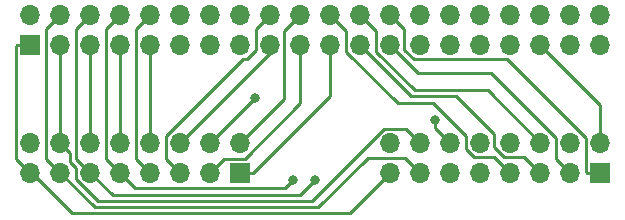
<source format=gbr>
G04 #@! TF.GenerationSoftware,KiCad,Pcbnew,(5.1.5)-3*
G04 #@! TF.CreationDate,2020-01-11T16:24:58-08:00*
G04 #@! TF.ProjectId,frame_corners,6672616d-655f-4636-9f72-6e6572732e6b,rev?*
G04 #@! TF.SameCoordinates,PXe8fce300PYe19b7798*
G04 #@! TF.FileFunction,Copper,L1,Top*
G04 #@! TF.FilePolarity,Positive*
%FSLAX46Y46*%
G04 Gerber Fmt 4.6, Leading zero omitted, Abs format (unit mm)*
G04 Created by KiCad (PCBNEW (5.1.5)-3) date 2020-01-11 16:24:58*
%MOMM*%
%LPD*%
G04 APERTURE LIST*
%ADD10O,1.700000X1.700000*%
%ADD11R,1.700000X1.700000*%
%ADD12C,0.800000*%
%ADD13C,0.250000*%
G04 APERTURE END LIST*
D10*
X32385000Y6350000D03*
X32385000Y3810000D03*
X34925000Y6350000D03*
X34925000Y3810000D03*
X37465000Y6350000D03*
X37465000Y3810000D03*
X40005000Y6350000D03*
X40005000Y3810000D03*
X42545000Y6350000D03*
X42545000Y3810000D03*
X45085000Y6350000D03*
X45085000Y3810000D03*
X47625000Y6350000D03*
X47625000Y3810000D03*
X50165000Y6350000D03*
D11*
X50165000Y3810000D03*
D10*
X1905000Y6350000D03*
X1905000Y3810000D03*
X4445000Y6350000D03*
X4445000Y3810000D03*
X6985000Y6350000D03*
X6985000Y3810000D03*
X9525000Y6350000D03*
X9525000Y3810000D03*
X12065000Y6350000D03*
X12065000Y3810000D03*
X14605000Y6350000D03*
X14605000Y3810000D03*
X17145000Y6350000D03*
X17145000Y3810000D03*
X19685000Y6350000D03*
D11*
X19685000Y3810000D03*
D10*
X50165000Y17145000D03*
X50165000Y14605000D03*
X47625000Y17145000D03*
X47625000Y14605000D03*
X45085000Y17145000D03*
X45085000Y14605000D03*
X42545000Y17145000D03*
X42545000Y14605000D03*
X40005000Y17145000D03*
X40005000Y14605000D03*
X37465000Y17145000D03*
X37465000Y14605000D03*
X34925000Y17145000D03*
X34925000Y14605000D03*
X32385000Y17145000D03*
X32385000Y14605000D03*
X29845000Y17145000D03*
X29845000Y14605000D03*
X27305000Y17145000D03*
X27305000Y14605000D03*
X24765000Y17145000D03*
X24765000Y14605000D03*
X22225000Y17145000D03*
X22225000Y14605000D03*
X19685000Y17145000D03*
X19685000Y14605000D03*
X17145000Y17145000D03*
X17145000Y14605000D03*
X14605000Y17145000D03*
X14605000Y14605000D03*
X12065000Y17145000D03*
X12065000Y14605000D03*
X9525000Y17145000D03*
X9525000Y14605000D03*
X6985000Y17145000D03*
X6985000Y14605000D03*
X4445000Y17145000D03*
X4445000Y14605000D03*
X1905000Y17145000D03*
D11*
X1905000Y14605000D03*
D12*
X24130000Y3175000D03*
X26035000Y3175000D03*
X36195000Y8255000D03*
X20955000Y10160000D03*
D13*
X45085000Y6350000D02*
X40640000Y10795000D01*
X30694999Y16295001D02*
X29845000Y17145000D01*
X31209999Y15780001D02*
X30694999Y16295001D01*
X31209999Y14040999D02*
X31209999Y15780001D01*
X40640000Y10795000D02*
X34455998Y10795000D01*
X34455998Y10795000D02*
X31209999Y14040999D01*
X38829999Y6888590D02*
X36008600Y9709989D01*
X33001009Y9709989D02*
X28669999Y14040999D01*
X28154999Y16295001D02*
X27305000Y17145000D01*
X41180001Y5174999D02*
X39440999Y5174999D01*
X39440999Y5174999D02*
X38829999Y5785999D01*
X36008600Y9709989D02*
X33001009Y9709989D01*
X38829999Y5785999D02*
X38829999Y6888590D01*
X28669999Y14040999D02*
X28669999Y15780001D01*
X42545000Y3810000D02*
X41180001Y5174999D01*
X28669999Y15780001D02*
X28154999Y16295001D01*
X33234999Y13755001D02*
X32385000Y14605000D01*
X34740011Y12249989D02*
X33234999Y13755001D01*
X47625000Y3810000D02*
X46449999Y4985001D01*
X40924013Y12249989D02*
X34740011Y12249989D01*
X46449999Y4985001D02*
X46449999Y6724003D01*
X46449999Y6724003D02*
X40924013Y12249989D01*
X50165000Y9525000D02*
X45085000Y14605000D01*
X50165000Y6350000D02*
X50165000Y9525000D01*
X27305000Y10330000D02*
X27305000Y13402919D01*
X20785000Y3810000D02*
X27305000Y10330000D01*
X27305000Y13402919D02*
X27305000Y14605000D01*
X19685000Y3810000D02*
X20785000Y3810000D01*
X23915001Y16295001D02*
X24765000Y17145000D01*
X23400001Y15780001D02*
X23915001Y16295001D01*
X23400001Y10065001D02*
X23400001Y15780001D01*
X19685000Y6350000D02*
X23400001Y10065001D01*
X24765000Y13402919D02*
X24765000Y14605000D01*
X24765000Y9690998D02*
X24765000Y13402919D01*
X20059003Y4985001D02*
X24765000Y9690998D01*
X18320001Y4985001D02*
X20059003Y4985001D01*
X17145000Y3810000D02*
X18320001Y4985001D01*
X21049999Y15969999D02*
X21375001Y16295001D01*
X21049999Y14230997D02*
X21049999Y15969999D01*
X20249001Y13429999D02*
X21049999Y14230997D01*
X19945997Y13429999D02*
X20249001Y13429999D01*
X13429999Y6914001D02*
X19945997Y13429999D01*
X13429999Y4985001D02*
X13429999Y6914001D01*
X21375001Y16295001D02*
X22225000Y17145000D01*
X14605000Y3810000D02*
X13429999Y4985001D01*
X22225000Y13970000D02*
X22225000Y14605000D01*
X14605000Y6350000D02*
X22225000Y13970000D01*
X11215001Y16295001D02*
X12065000Y17145000D01*
X10889999Y15969999D02*
X11215001Y16295001D01*
X10889999Y4985001D02*
X10889999Y15969999D01*
X12065000Y3810000D02*
X10889999Y4985001D01*
X12065000Y6350000D02*
X12065000Y14605000D01*
X8675001Y16295001D02*
X9525000Y17145000D01*
X8349999Y4985001D02*
X8349999Y15969999D01*
X8349999Y15969999D02*
X8675001Y16295001D01*
X9525000Y3810000D02*
X8349999Y4985001D01*
X9525000Y3810000D02*
X10795000Y2540000D01*
X23495000Y2540000D02*
X24130000Y3175000D01*
X10795000Y2540000D02*
X23495000Y2540000D01*
X9525000Y6350000D02*
X9525000Y14605000D01*
X5809999Y15969999D02*
X6135001Y16295001D01*
X6135001Y16295001D02*
X6985000Y17145000D01*
X5809999Y4985001D02*
X5809999Y15969999D01*
X6985000Y3810000D02*
X5809999Y4985001D01*
X24765000Y1905000D02*
X26035000Y3175000D01*
X8890000Y1905000D02*
X24765000Y1905000D01*
X6985000Y3810000D02*
X8890000Y1905000D01*
X6985000Y6350000D02*
X6985000Y14605000D01*
X36195000Y7620000D02*
X37465000Y6350000D01*
X36195000Y8255000D02*
X36195000Y7620000D01*
X3269999Y15969999D02*
X3595001Y16295001D01*
X3595001Y16295001D02*
X4445000Y17145000D01*
X3269999Y4985001D02*
X3269999Y15969999D01*
X4445000Y3810000D02*
X3269999Y4985001D01*
X7366000Y889000D02*
X4445000Y3810000D01*
X26289000Y889000D02*
X7366000Y889000D01*
X30480000Y5080000D02*
X26289000Y889000D01*
X33655000Y5080000D02*
X30480000Y5080000D01*
X34925000Y3810000D02*
X33655000Y5080000D01*
X4445000Y6350000D02*
X4445000Y14605000D01*
X34075001Y7199999D02*
X34925000Y6350000D01*
X31820999Y7525001D02*
X33749999Y7525001D01*
X33749999Y7525001D02*
X34075001Y7199999D01*
X7601009Y1454989D02*
X25750987Y1454989D01*
X5294999Y4699003D02*
X5809999Y4184003D01*
X5809999Y3245999D02*
X7601009Y1454989D01*
X5809999Y4184003D02*
X5809999Y3245999D01*
X5294999Y5500001D02*
X5294999Y4699003D01*
X25750987Y1454989D02*
X31820999Y7525001D01*
X4445000Y6350000D02*
X5294999Y5500001D01*
X805000Y14605000D02*
X1905000Y14605000D01*
X729999Y14529999D02*
X805000Y14605000D01*
X729999Y4985001D02*
X729999Y14529999D01*
X1905000Y3810000D02*
X729999Y4985001D01*
X31535001Y2960001D02*
X32385000Y3810000D01*
X28956000Y381000D02*
X32385000Y3810000D01*
X5461000Y381000D02*
X28956000Y381000D01*
X2032000Y3810000D02*
X5461000Y381000D01*
X1905000Y3810000D02*
X2032000Y3810000D01*
X41980999Y5174999D02*
X41180001Y5975997D01*
X43720001Y5174999D02*
X41980999Y5174999D01*
X41180001Y7078588D02*
X37913600Y10344989D01*
X37913600Y10344989D02*
X34105011Y10344989D01*
X41180001Y5975997D02*
X41180001Y7078588D01*
X45085000Y3810000D02*
X43720001Y5174999D01*
X34105011Y10344989D02*
X30694999Y13755001D01*
X30694999Y13755001D02*
X29845000Y14605000D01*
X33234999Y16295001D02*
X32385000Y17145000D01*
X33560001Y15969999D02*
X33234999Y16295001D01*
X33560001Y14230997D02*
X33560001Y15969999D01*
X48989999Y6724003D02*
X42284003Y13429999D01*
X48989999Y3885001D02*
X48989999Y6724003D01*
X42284003Y13429999D02*
X34360999Y13429999D01*
X50165000Y3810000D02*
X49065000Y3810000D01*
X34360999Y13429999D02*
X33560001Y14230997D01*
X49065000Y3810000D02*
X48989999Y3885001D01*
X17145000Y6350000D02*
X20955000Y10160000D01*
M02*

</source>
